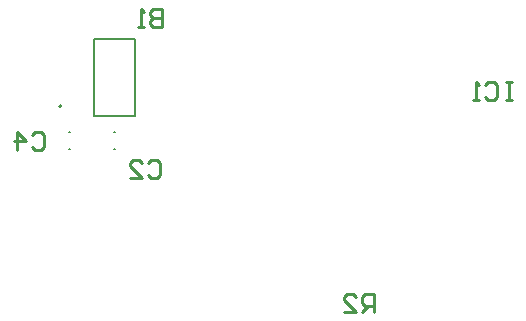
<source format=gbr>
%TF.GenerationSoftware,Altium Limited,Altium Designer,24.7.2 (38)*%
G04 Layer_Color=32896*
%FSLAX45Y45*%
%MOMM*%
%TF.SameCoordinates,4658354D-353F-4C49-8F46-90FD7368F250*%
%TF.FilePolarity,Positive*%
%TF.FileFunction,Legend,Bot*%
%TF.Part,Single*%
G01*
G75*
%TA.AperFunction,NonConductor*%
%ADD37C,0.20000*%
%ADD41C,0.12700*%
%ADD42C,0.25400*%
D37*
X3842600Y4611400D02*
G03*
X3842600Y4611400I-10000J0D01*
G01*
X3904100Y4390500D02*
X3919100D01*
X3904100Y4245500D02*
X3919100D01*
X4285100D02*
X4300100D01*
X4285100Y4390500D02*
X4300100D01*
D41*
X4117600Y4526400D02*
Y5176400D01*
X4467600D01*
Y4526400D02*
Y5176400D01*
X4117600Y4526400D02*
X4467600D01*
D42*
X7658046Y4813275D02*
X7607263D01*
X7632655D01*
Y4660925D01*
X7658046D01*
X7607263D01*
X7429520Y4787883D02*
X7454912Y4813275D01*
X7505696D01*
X7531088Y4787883D01*
Y4686317D01*
X7505696Y4660925D01*
X7454912D01*
X7429520Y4686317D01*
X7378737Y4660925D02*
X7327953D01*
X7353345D01*
Y4813275D01*
X7378737Y4787883D01*
X3594092Y4368783D02*
X3619483Y4394175D01*
X3670267D01*
X3695659Y4368783D01*
Y4267217D01*
X3670267Y4241825D01*
X3619483D01*
X3594092Y4267217D01*
X3467133Y4241825D02*
Y4394175D01*
X3543308Y4318000D01*
X3441741D01*
X6492240Y2870200D02*
Y3022551D01*
X6416065D01*
X6390673Y2997159D01*
Y2946375D01*
X6416065Y2920983D01*
X6492240D01*
X6441457D02*
X6390673Y2870200D01*
X6238322D02*
X6339889D01*
X6238322Y2971767D01*
Y2997159D01*
X6263714Y3022551D01*
X6314497D01*
X6339889Y2997159D01*
X4571992Y4127483D02*
X4597383Y4152875D01*
X4648167D01*
X4673559Y4127483D01*
Y4025917D01*
X4648167Y4000525D01*
X4597383D01*
X4571992Y4025917D01*
X4419641Y4000525D02*
X4521208D01*
X4419641Y4102092D01*
Y4127483D01*
X4445033Y4152875D01*
X4495816D01*
X4521208Y4127483D01*
X4693920Y5433011D02*
Y5280660D01*
X4617745D01*
X4592353Y5306052D01*
Y5331443D01*
X4617745Y5356835D01*
X4693920D01*
X4617745D01*
X4592353Y5382227D01*
Y5407619D01*
X4617745Y5433011D01*
X4693920D01*
X4541569Y5280660D02*
X4490786D01*
X4516177D01*
Y5433011D01*
X4541569Y5407619D01*
%TF.MD5,a0eefc87cb6b8c38680863e69264b8ed*%
M02*

</source>
